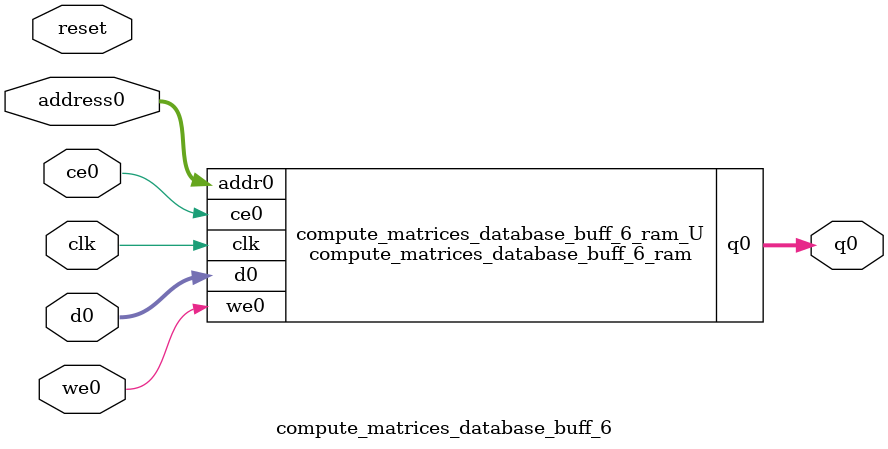
<source format=v>
`timescale 1 ns / 1 ps
module compute_matrices_database_buff_6_ram (addr0, ce0, d0, we0, q0,  clk);

parameter DWIDTH = 8;
parameter AWIDTH = 14;
parameter MEM_SIZE = 8199;

input[AWIDTH-1:0] addr0;
input ce0;
input[DWIDTH-1:0] d0;
input we0;
output reg[DWIDTH-1:0] q0;
input clk;

reg [DWIDTH-1:0] ram0[0:MEM_SIZE-1];



always @(posedge clk)  
begin 
    if (ce0) begin
        if (we0) 
            ram0[addr0] <= d0; 
        q0 <= ram0[addr0];
    end
end


endmodule

`timescale 1 ns / 1 ps
module compute_matrices_database_buff_6(
    reset,
    clk,
    address0,
    ce0,
    we0,
    d0,
    q0);

parameter DataWidth = 32'd8;
parameter AddressRange = 32'd8199;
parameter AddressWidth = 32'd14;
input reset;
input clk;
input[AddressWidth - 1:0] address0;
input ce0;
input we0;
input[DataWidth - 1:0] d0;
output[DataWidth - 1:0] q0;



compute_matrices_database_buff_6_ram compute_matrices_database_buff_6_ram_U(
    .clk( clk ),
    .addr0( address0 ),
    .ce0( ce0 ),
    .we0( we0 ),
    .d0( d0 ),
    .q0( q0 ));

endmodule


</source>
